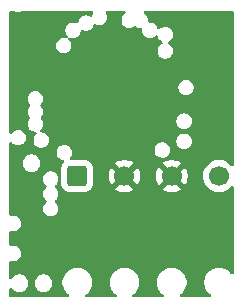
<source format=gbr>
%TF.GenerationSoftware,KiCad,Pcbnew,9.0.3*%
%TF.CreationDate,2025-07-11T23:11:04-05:00*%
%TF.ProjectId,Watch_PCB,57617463-685f-4504-9342-2e6b69636164,rev?*%
%TF.SameCoordinates,Original*%
%TF.FileFunction,Copper,L2,Inr*%
%TF.FilePolarity,Positive*%
%FSLAX46Y46*%
G04 Gerber Fmt 4.6, Leading zero omitted, Abs format (unit mm)*
G04 Created by KiCad (PCBNEW 9.0.3) date 2025-07-11 23:11:04*
%MOMM*%
%LPD*%
G01*
G04 APERTURE LIST*
G04 Aperture macros list*
%AMRoundRect*
0 Rectangle with rounded corners*
0 $1 Rounding radius*
0 $2 $3 $4 $5 $6 $7 $8 $9 X,Y pos of 4 corners*
0 Add a 4 corners polygon primitive as box body*
4,1,4,$2,$3,$4,$5,$6,$7,$8,$9,$2,$3,0*
0 Add four circle primitives for the rounded corners*
1,1,$1+$1,$2,$3*
1,1,$1+$1,$4,$5*
1,1,$1+$1,$6,$7*
1,1,$1+$1,$8,$9*
0 Add four rect primitives between the rounded corners*
20,1,$1+$1,$2,$3,$4,$5,0*
20,1,$1+$1,$4,$5,$6,$7,0*
20,1,$1+$1,$6,$7,$8,$9,0*
20,1,$1+$1,$8,$9,$2,$3,0*%
G04 Aperture macros list end*
%TA.AperFunction,ComponentPad*%
%ADD10C,1.700000*%
%TD*%
%TA.AperFunction,ComponentPad*%
%ADD11RoundRect,0.250000X-0.600000X-0.600000X0.600000X-0.600000X0.600000X0.600000X-0.600000X0.600000X0*%
%TD*%
%TA.AperFunction,ViaPad*%
%ADD12C,0.600000*%
%TD*%
G04 APERTURE END LIST*
D10*
%TO.N,Net-(J3-PIEZO_SIG)*%
%TO.C,J3*%
X70250000Y-76250000D03*
%TO.N,GND*%
X66250000Y-76250000D03*
X62250000Y-76250000D03*
D11*
%TO.N,+3.3V*%
X58250000Y-76250000D03*
%TD*%
D12*
%TO.N,GND*%
X69860933Y-66034111D03*
X54550000Y-68100000D03*
X66700000Y-69500000D03*
X54550000Y-66650000D03*
X55400000Y-66650000D03*
X66725000Y-66000000D03*
X65700000Y-62950000D03*
X69863235Y-68986765D03*
X67850000Y-74350000D03*
X52810000Y-84060000D03*
X56000000Y-80250000D03*
X52850000Y-81520000D03*
%TD*%
%TA.AperFunction,Conductor*%
%TO.N,GND*%
G36*
X52931690Y-62269685D02*
G01*
X52933488Y-62270862D01*
X52941873Y-62276465D01*
X52941874Y-62276465D01*
X52941875Y-62276466D01*
X52968692Y-62287574D01*
X53060256Y-62325501D01*
X53060260Y-62325501D01*
X53060261Y-62325502D01*
X53185928Y-62350500D01*
X53185931Y-62350500D01*
X53314071Y-62350500D01*
X53405504Y-62332312D01*
X53439744Y-62325501D01*
X53558127Y-62276465D01*
X53566458Y-62270898D01*
X53633133Y-62250020D01*
X53635349Y-62250000D01*
X59486496Y-62250000D01*
X59553535Y-62269685D01*
X59599290Y-62322489D01*
X59609234Y-62391647D01*
X59589598Y-62442891D01*
X59556359Y-62492635D01*
X59556354Y-62492644D01*
X59507320Y-62611024D01*
X59507318Y-62611029D01*
X59500401Y-62645805D01*
X59468015Y-62707716D01*
X59407299Y-62742289D01*
X59337529Y-62738548D01*
X59309897Y-62724717D01*
X59308132Y-62723538D01*
X59308124Y-62723533D01*
X59189744Y-62674499D01*
X59189738Y-62674497D01*
X59064071Y-62649500D01*
X59064069Y-62649500D01*
X58935931Y-62649500D01*
X58935929Y-62649500D01*
X58810261Y-62674497D01*
X58810255Y-62674499D01*
X58691875Y-62723533D01*
X58691866Y-62723538D01*
X58585331Y-62794723D01*
X58585327Y-62794726D01*
X58494726Y-62885327D01*
X58494723Y-62885331D01*
X58423538Y-62991866D01*
X58423533Y-62991875D01*
X58374499Y-63110255D01*
X58374497Y-63110261D01*
X58352116Y-63222777D01*
X58319731Y-63284688D01*
X58259015Y-63319262D01*
X58189245Y-63315521D01*
X58183046Y-63313146D01*
X58089744Y-63274499D01*
X58089738Y-63274497D01*
X57964071Y-63249500D01*
X57964069Y-63249500D01*
X57835931Y-63249500D01*
X57835929Y-63249500D01*
X57710261Y-63274497D01*
X57710255Y-63274499D01*
X57591875Y-63323533D01*
X57591866Y-63323538D01*
X57485331Y-63394723D01*
X57485327Y-63394726D01*
X57394726Y-63485327D01*
X57394723Y-63485331D01*
X57323538Y-63591866D01*
X57323533Y-63591875D01*
X57274499Y-63710255D01*
X57274497Y-63710261D01*
X57249500Y-63835928D01*
X57249500Y-63835931D01*
X57249500Y-63964069D01*
X57249500Y-63964071D01*
X57249499Y-63964071D01*
X57274497Y-64089738D01*
X57274499Y-64089744D01*
X57323533Y-64208124D01*
X57323538Y-64208133D01*
X57394723Y-64314668D01*
X57394726Y-64314672D01*
X57471709Y-64391655D01*
X57505194Y-64452978D01*
X57500210Y-64522670D01*
X57458338Y-64578603D01*
X57392874Y-64603020D01*
X57336576Y-64593897D01*
X57289748Y-64574500D01*
X57289738Y-64574497D01*
X57164071Y-64549500D01*
X57164069Y-64549500D01*
X57035931Y-64549500D01*
X57035929Y-64549500D01*
X56910261Y-64574497D01*
X56910255Y-64574499D01*
X56791875Y-64623533D01*
X56791866Y-64623538D01*
X56685331Y-64694723D01*
X56685327Y-64694726D01*
X56594726Y-64785327D01*
X56594723Y-64785331D01*
X56523538Y-64891866D01*
X56523533Y-64891875D01*
X56474499Y-65010255D01*
X56474497Y-65010261D01*
X56449500Y-65135928D01*
X56449500Y-65135931D01*
X56449500Y-65264069D01*
X56449500Y-65264071D01*
X56449499Y-65264071D01*
X56474497Y-65389738D01*
X56474499Y-65389744D01*
X56523533Y-65508124D01*
X56523538Y-65508133D01*
X56594723Y-65614668D01*
X56594726Y-65614672D01*
X56685327Y-65705273D01*
X56685331Y-65705276D01*
X56791866Y-65776461D01*
X56791872Y-65776464D01*
X56791873Y-65776465D01*
X56910256Y-65825501D01*
X56910260Y-65825501D01*
X56910261Y-65825502D01*
X57035928Y-65850500D01*
X57035931Y-65850500D01*
X57164071Y-65850500D01*
X57248615Y-65833682D01*
X57289744Y-65825501D01*
X57408127Y-65776465D01*
X57514669Y-65705276D01*
X57605276Y-65614669D01*
X57676465Y-65508127D01*
X57725501Y-65389744D01*
X57750500Y-65264069D01*
X57750500Y-65135931D01*
X57750500Y-65135928D01*
X57725502Y-65010261D01*
X57725501Y-65010260D01*
X57725501Y-65010256D01*
X57687574Y-64918692D01*
X57676466Y-64891875D01*
X57676461Y-64891866D01*
X57605276Y-64785331D01*
X57605273Y-64785327D01*
X57528290Y-64708344D01*
X57494805Y-64647021D01*
X57499789Y-64577329D01*
X57541661Y-64521396D01*
X57607125Y-64496979D01*
X57663422Y-64506101D01*
X57710256Y-64525501D01*
X57710260Y-64525501D01*
X57710261Y-64525502D01*
X57835928Y-64550500D01*
X57835931Y-64550500D01*
X57964071Y-64550500D01*
X58048615Y-64533682D01*
X58089744Y-64525501D01*
X58208127Y-64476465D01*
X58314669Y-64405276D01*
X58405276Y-64314669D01*
X58476465Y-64208127D01*
X58525501Y-64089744D01*
X58547883Y-63977221D01*
X58580267Y-63915312D01*
X58640983Y-63880738D01*
X58710753Y-63884477D01*
X58716936Y-63886846D01*
X58810256Y-63925501D01*
X58810260Y-63925501D01*
X58810261Y-63925502D01*
X58935928Y-63950500D01*
X58935931Y-63950500D01*
X59064071Y-63950500D01*
X59148615Y-63933682D01*
X59189744Y-63925501D01*
X59308127Y-63876465D01*
X59414669Y-63805276D01*
X59505276Y-63714669D01*
X59576465Y-63608127D01*
X59625501Y-63489744D01*
X59632419Y-63454963D01*
X59664803Y-63393055D01*
X59725518Y-63358480D01*
X59795288Y-63362219D01*
X59822927Y-63376054D01*
X59824687Y-63377230D01*
X59824693Y-63377233D01*
X59824694Y-63377234D01*
X59943077Y-63426270D01*
X59943081Y-63426270D01*
X59943082Y-63426271D01*
X60068749Y-63451269D01*
X60068752Y-63451269D01*
X60196892Y-63451269D01*
X60281436Y-63434451D01*
X60322565Y-63426270D01*
X60440948Y-63377234D01*
X60547490Y-63306045D01*
X60638097Y-63215438D01*
X60709286Y-63108896D01*
X60758322Y-62990513D01*
X60779245Y-62885331D01*
X60783321Y-62864840D01*
X60783321Y-62736697D01*
X60758323Y-62611030D01*
X60758322Y-62611029D01*
X60758322Y-62611025D01*
X60709286Y-62492642D01*
X60709285Y-62492641D01*
X60709282Y-62492635D01*
X60676044Y-62442891D01*
X60655166Y-62376213D01*
X60673650Y-62308833D01*
X60725629Y-62262143D01*
X60779146Y-62250000D01*
X62267643Y-62250000D01*
X62334682Y-62269685D01*
X62380437Y-62322489D01*
X62390381Y-62391647D01*
X62361356Y-62455203D01*
X62336534Y-62477102D01*
X62235331Y-62544723D01*
X62235327Y-62544726D01*
X62144726Y-62635327D01*
X62144723Y-62635331D01*
X62073538Y-62741866D01*
X62073533Y-62741875D01*
X62024499Y-62860255D01*
X62024497Y-62860261D01*
X61999500Y-62985928D01*
X61999500Y-62985931D01*
X61999500Y-63114069D01*
X61999500Y-63114071D01*
X61999499Y-63114071D01*
X62024497Y-63239738D01*
X62024499Y-63239744D01*
X62073533Y-63358124D01*
X62073538Y-63358133D01*
X62144723Y-63464668D01*
X62144726Y-63464672D01*
X62235327Y-63555273D01*
X62235331Y-63555276D01*
X62341866Y-63626461D01*
X62341872Y-63626464D01*
X62341873Y-63626465D01*
X62460256Y-63675501D01*
X62460260Y-63675501D01*
X62460261Y-63675502D01*
X62585928Y-63700500D01*
X62585931Y-63700500D01*
X62714071Y-63700500D01*
X62798615Y-63683682D01*
X62839744Y-63675501D01*
X62958127Y-63626465D01*
X63056111Y-63560993D01*
X63122786Y-63540117D01*
X63190166Y-63558601D01*
X63193842Y-63560963D01*
X63291873Y-63626465D01*
X63410256Y-63675501D01*
X63410260Y-63675501D01*
X63410261Y-63675502D01*
X63535928Y-63700500D01*
X63626026Y-63700500D01*
X63693065Y-63720185D01*
X63738820Y-63772989D01*
X63748293Y-63829839D01*
X63749500Y-63829839D01*
X63749500Y-63835931D01*
X63749500Y-63964069D01*
X63749500Y-63964071D01*
X63749499Y-63964071D01*
X63774497Y-64089738D01*
X63774499Y-64089744D01*
X63823533Y-64208124D01*
X63823538Y-64208133D01*
X63894723Y-64314668D01*
X63894726Y-64314672D01*
X63985327Y-64405273D01*
X63985331Y-64405276D01*
X64091866Y-64476461D01*
X64091872Y-64476464D01*
X64091873Y-64476465D01*
X64210256Y-64525501D01*
X64210260Y-64525501D01*
X64210261Y-64525502D01*
X64335928Y-64550500D01*
X64335931Y-64550500D01*
X64464071Y-64550500D01*
X64548615Y-64533682D01*
X64589744Y-64525501D01*
X64708127Y-64476465D01*
X64814669Y-64405276D01*
X64861630Y-64358315D01*
X64922953Y-64324829D01*
X64992644Y-64329813D01*
X65048578Y-64371684D01*
X65070928Y-64421799D01*
X65074496Y-64439734D01*
X65074499Y-64439744D01*
X65123533Y-64558124D01*
X65123538Y-64558133D01*
X65194723Y-64664668D01*
X65194726Y-64664672D01*
X65285327Y-64755273D01*
X65285331Y-64755276D01*
X65391866Y-64826461D01*
X65391868Y-64826462D01*
X65391873Y-64826465D01*
X65412812Y-64835138D01*
X65413538Y-64835439D01*
X65467941Y-64879281D01*
X65490005Y-64945575D01*
X65472725Y-65013274D01*
X65421588Y-65060884D01*
X65413538Y-65064561D01*
X65391873Y-65073535D01*
X65391866Y-65073538D01*
X65285331Y-65144723D01*
X65285327Y-65144726D01*
X65194726Y-65235327D01*
X65194723Y-65235331D01*
X65123538Y-65341866D01*
X65123533Y-65341875D01*
X65074499Y-65460255D01*
X65074497Y-65460261D01*
X65049500Y-65585928D01*
X65049500Y-65585931D01*
X65049500Y-65714069D01*
X65049500Y-65714071D01*
X65049499Y-65714071D01*
X65074497Y-65839738D01*
X65074499Y-65839744D01*
X65123533Y-65958124D01*
X65123538Y-65958133D01*
X65194723Y-66064668D01*
X65194726Y-66064672D01*
X65285327Y-66155273D01*
X65285331Y-66155276D01*
X65391866Y-66226461D01*
X65391872Y-66226464D01*
X65391873Y-66226465D01*
X65510256Y-66275501D01*
X65510260Y-66275501D01*
X65510261Y-66275502D01*
X65635928Y-66300500D01*
X65635931Y-66300500D01*
X65764071Y-66300500D01*
X65848615Y-66283682D01*
X65889744Y-66275501D01*
X66008127Y-66226465D01*
X66114669Y-66155276D01*
X66205276Y-66064669D01*
X66276465Y-65958127D01*
X66325501Y-65839744D01*
X66350500Y-65714069D01*
X66350500Y-65585931D01*
X66350500Y-65585928D01*
X66325502Y-65460261D01*
X66325501Y-65460260D01*
X66325501Y-65460256D01*
X66276465Y-65341873D01*
X66276464Y-65341872D01*
X66276461Y-65341866D01*
X66205276Y-65235331D01*
X66205273Y-65235327D01*
X66114672Y-65144726D01*
X66114668Y-65144723D01*
X66008133Y-65073538D01*
X66008120Y-65073531D01*
X65986463Y-65064561D01*
X65932059Y-65020720D01*
X65909994Y-64954426D01*
X65927273Y-64886727D01*
X65978410Y-64839116D01*
X65986463Y-64835439D01*
X66008120Y-64826468D01*
X66008120Y-64826467D01*
X66008127Y-64826465D01*
X66114669Y-64755276D01*
X66205276Y-64664669D01*
X66276465Y-64558127D01*
X66325501Y-64439744D01*
X66341699Y-64358315D01*
X66350500Y-64314071D01*
X66350500Y-64185928D01*
X66325502Y-64060261D01*
X66325501Y-64060260D01*
X66325501Y-64060256D01*
X66285659Y-63964069D01*
X66276466Y-63941875D01*
X66276461Y-63941866D01*
X66205276Y-63835331D01*
X66205273Y-63835327D01*
X66114672Y-63744726D01*
X66114668Y-63744723D01*
X66008133Y-63673538D01*
X66008124Y-63673533D01*
X65889744Y-63624499D01*
X65889738Y-63624497D01*
X65764071Y-63599500D01*
X65764069Y-63599500D01*
X65635931Y-63599500D01*
X65635929Y-63599500D01*
X65510261Y-63624497D01*
X65510255Y-63624499D01*
X65391875Y-63673533D01*
X65391866Y-63673538D01*
X65285331Y-63744723D01*
X65285326Y-63744727D01*
X65238367Y-63791686D01*
X65177044Y-63825170D01*
X65107352Y-63820185D01*
X65051419Y-63778313D01*
X65029070Y-63728196D01*
X65025502Y-63710261D01*
X65025501Y-63710260D01*
X65025501Y-63710256D01*
X64976465Y-63591873D01*
X64976464Y-63591872D01*
X64976461Y-63591866D01*
X64905276Y-63485331D01*
X64905273Y-63485327D01*
X64814672Y-63394726D01*
X64814668Y-63394723D01*
X64708133Y-63323538D01*
X64708124Y-63323533D01*
X64589744Y-63274499D01*
X64589738Y-63274497D01*
X64464071Y-63249500D01*
X64464069Y-63249500D01*
X64373974Y-63249500D01*
X64306935Y-63229815D01*
X64261180Y-63177011D01*
X64251707Y-63120161D01*
X64250500Y-63120161D01*
X64250500Y-62985928D01*
X64225502Y-62860261D01*
X64225501Y-62860260D01*
X64225501Y-62860256D01*
X64176465Y-62741873D01*
X64176464Y-62741872D01*
X64176461Y-62741866D01*
X64105276Y-62635331D01*
X64105273Y-62635327D01*
X64014672Y-62544726D01*
X64014668Y-62544723D01*
X63913466Y-62477102D01*
X63868661Y-62423490D01*
X63859954Y-62354165D01*
X63890108Y-62291138D01*
X63949551Y-62254418D01*
X63982357Y-62250000D01*
X71375500Y-62250000D01*
X71442539Y-62269685D01*
X71488294Y-62322489D01*
X71499500Y-62374000D01*
X71499500Y-75290970D01*
X71479815Y-75358009D01*
X71427011Y-75403764D01*
X71357853Y-75413708D01*
X71294297Y-75384683D01*
X71281222Y-75371516D01*
X71280107Y-75370211D01*
X71129786Y-75219890D01*
X70957820Y-75094951D01*
X70768414Y-74998444D01*
X70768413Y-74998443D01*
X70768412Y-74998443D01*
X70566243Y-74932754D01*
X70566241Y-74932753D01*
X70566240Y-74932753D01*
X70404957Y-74907208D01*
X70356287Y-74899500D01*
X70143713Y-74899500D01*
X70095042Y-74907208D01*
X69933760Y-74932753D01*
X69933757Y-74932754D01*
X69757007Y-74990184D01*
X69731585Y-74998444D01*
X69542179Y-75094951D01*
X69370213Y-75219890D01*
X69219890Y-75370213D01*
X69094951Y-75542179D01*
X68998444Y-75731585D01*
X68932753Y-75933760D01*
X68899500Y-76143713D01*
X68899500Y-76356286D01*
X68932735Y-76566127D01*
X68932754Y-76566243D01*
X68943722Y-76600000D01*
X68998444Y-76768414D01*
X69094951Y-76957820D01*
X69219890Y-77129786D01*
X69370213Y-77280109D01*
X69542179Y-77405048D01*
X69542181Y-77405049D01*
X69542184Y-77405051D01*
X69731588Y-77501557D01*
X69933757Y-77567246D01*
X70143713Y-77600500D01*
X70143714Y-77600500D01*
X70356286Y-77600500D01*
X70356287Y-77600500D01*
X70566243Y-77567246D01*
X70768412Y-77501557D01*
X70957816Y-77405051D01*
X71053784Y-77335327D01*
X71129786Y-77280109D01*
X71129788Y-77280106D01*
X71129792Y-77280104D01*
X71280104Y-77129792D01*
X71280107Y-77129787D01*
X71281214Y-77128493D01*
X71281758Y-77128137D01*
X71283549Y-77126347D01*
X71283925Y-77126723D01*
X71339723Y-77090302D01*
X71409591Y-77089807D01*
X71468635Y-77127164D01*
X71498110Y-77190512D01*
X71499500Y-77209029D01*
X71499500Y-84460678D01*
X71479815Y-84527717D01*
X71427011Y-84573472D01*
X71357853Y-84583416D01*
X71294297Y-84554391D01*
X71275182Y-84533564D01*
X71222227Y-84460678D01*
X71203828Y-84435354D01*
X71064646Y-84296172D01*
X70905405Y-84180476D01*
X70730029Y-84091117D01*
X70542826Y-84030290D01*
X70348422Y-83999500D01*
X70348417Y-83999500D01*
X70151583Y-83999500D01*
X70151578Y-83999500D01*
X69957173Y-84030290D01*
X69769970Y-84091117D01*
X69594594Y-84180476D01*
X69503741Y-84246485D01*
X69435354Y-84296172D01*
X69435352Y-84296174D01*
X69435351Y-84296174D01*
X69296174Y-84435351D01*
X69296174Y-84435352D01*
X69296172Y-84435354D01*
X69277773Y-84460678D01*
X69180476Y-84594594D01*
X69091117Y-84769970D01*
X69030290Y-84957173D01*
X68999500Y-85151577D01*
X68999500Y-85348422D01*
X69030290Y-85542826D01*
X69091117Y-85730029D01*
X69129435Y-85805231D01*
X69180476Y-85905405D01*
X69296172Y-86064646D01*
X69435354Y-86203828D01*
X69533564Y-86275182D01*
X69576229Y-86330513D01*
X69582208Y-86400126D01*
X69549602Y-86461921D01*
X69488763Y-86496278D01*
X69460678Y-86499500D01*
X67039322Y-86499500D01*
X66972283Y-86479815D01*
X66926528Y-86427011D01*
X66916584Y-86357853D01*
X66945609Y-86294297D01*
X66966436Y-86275182D01*
X67064646Y-86203828D01*
X67203828Y-86064646D01*
X67319524Y-85905405D01*
X67408884Y-85730025D01*
X67469709Y-85542826D01*
X67500500Y-85348422D01*
X67500500Y-85151577D01*
X67469709Y-84957173D01*
X67408882Y-84769970D01*
X67357611Y-84669345D01*
X67319524Y-84594595D01*
X67203828Y-84435354D01*
X67064646Y-84296172D01*
X66905405Y-84180476D01*
X66730029Y-84091117D01*
X66542826Y-84030290D01*
X66348422Y-83999500D01*
X66348417Y-83999500D01*
X66151583Y-83999500D01*
X66151578Y-83999500D01*
X65957173Y-84030290D01*
X65769970Y-84091117D01*
X65594594Y-84180476D01*
X65503741Y-84246485D01*
X65435354Y-84296172D01*
X65435352Y-84296174D01*
X65435351Y-84296174D01*
X65296174Y-84435351D01*
X65296174Y-84435352D01*
X65296172Y-84435354D01*
X65277773Y-84460678D01*
X65180476Y-84594594D01*
X65091117Y-84769970D01*
X65030290Y-84957173D01*
X64999500Y-85151577D01*
X64999500Y-85348422D01*
X65030290Y-85542826D01*
X65091117Y-85730029D01*
X65129435Y-85805231D01*
X65180476Y-85905405D01*
X65296172Y-86064646D01*
X65435354Y-86203828D01*
X65533564Y-86275182D01*
X65576229Y-86330513D01*
X65582208Y-86400126D01*
X65549602Y-86461921D01*
X65488763Y-86496278D01*
X65460678Y-86499500D01*
X63039322Y-86499500D01*
X62972283Y-86479815D01*
X62926528Y-86427011D01*
X62916584Y-86357853D01*
X62945609Y-86294297D01*
X62966436Y-86275182D01*
X63064646Y-86203828D01*
X63203828Y-86064646D01*
X63319524Y-85905405D01*
X63408884Y-85730025D01*
X63469709Y-85542826D01*
X63500500Y-85348422D01*
X63500500Y-85151577D01*
X63469709Y-84957173D01*
X63408882Y-84769970D01*
X63357611Y-84669345D01*
X63319524Y-84594595D01*
X63203828Y-84435354D01*
X63064646Y-84296172D01*
X62905405Y-84180476D01*
X62730029Y-84091117D01*
X62542826Y-84030290D01*
X62348422Y-83999500D01*
X62348417Y-83999500D01*
X62151583Y-83999500D01*
X62151578Y-83999500D01*
X61957173Y-84030290D01*
X61769970Y-84091117D01*
X61594594Y-84180476D01*
X61503741Y-84246485D01*
X61435354Y-84296172D01*
X61435352Y-84296174D01*
X61435351Y-84296174D01*
X61296174Y-84435351D01*
X61296174Y-84435352D01*
X61296172Y-84435354D01*
X61277773Y-84460678D01*
X61180476Y-84594594D01*
X61091117Y-84769970D01*
X61030290Y-84957173D01*
X60999500Y-85151577D01*
X60999500Y-85348422D01*
X61030290Y-85542826D01*
X61091117Y-85730029D01*
X61129435Y-85805231D01*
X61180476Y-85905405D01*
X61296172Y-86064646D01*
X61435354Y-86203828D01*
X61533564Y-86275182D01*
X61576229Y-86330513D01*
X61582208Y-86400126D01*
X61549602Y-86461921D01*
X61488763Y-86496278D01*
X61460678Y-86499500D01*
X59039322Y-86499500D01*
X58972283Y-86479815D01*
X58926528Y-86427011D01*
X58916584Y-86357853D01*
X58945609Y-86294297D01*
X58966436Y-86275182D01*
X59064646Y-86203828D01*
X59203828Y-86064646D01*
X59319524Y-85905405D01*
X59408884Y-85730025D01*
X59469709Y-85542826D01*
X59500500Y-85348422D01*
X59500500Y-85151577D01*
X59469709Y-84957173D01*
X59408882Y-84769970D01*
X59357611Y-84669345D01*
X59319524Y-84594595D01*
X59203828Y-84435354D01*
X59064646Y-84296172D01*
X58905405Y-84180476D01*
X58730029Y-84091117D01*
X58542826Y-84030290D01*
X58348422Y-83999500D01*
X58348417Y-83999500D01*
X58151583Y-83999500D01*
X58151578Y-83999500D01*
X57957173Y-84030290D01*
X57769970Y-84091117D01*
X57594594Y-84180476D01*
X57503741Y-84246485D01*
X57435354Y-84296172D01*
X57435352Y-84296174D01*
X57435351Y-84296174D01*
X57296174Y-84435351D01*
X57296174Y-84435352D01*
X57296172Y-84435354D01*
X57277773Y-84460678D01*
X57180476Y-84594594D01*
X57091117Y-84769970D01*
X57030290Y-84957173D01*
X56999500Y-85151577D01*
X56999500Y-85348422D01*
X57030290Y-85542826D01*
X57091117Y-85730029D01*
X57129435Y-85805231D01*
X57180476Y-85905405D01*
X57296172Y-86064646D01*
X57435354Y-86203828D01*
X57533564Y-86275182D01*
X57576229Y-86330513D01*
X57582208Y-86400126D01*
X57549602Y-86461921D01*
X57488763Y-86496278D01*
X57460678Y-86499500D01*
X52624500Y-86499500D01*
X52557461Y-86479815D01*
X52511706Y-86427011D01*
X52500500Y-86375500D01*
X52500500Y-85810768D01*
X52520185Y-85743729D01*
X52572989Y-85697974D01*
X52642147Y-85688030D01*
X52705703Y-85717055D01*
X52727602Y-85741877D01*
X52769931Y-85805228D01*
X52873768Y-85909065D01*
X52873772Y-85909068D01*
X52995866Y-85990649D01*
X52995872Y-85990652D01*
X52995873Y-85990653D01*
X53131546Y-86046851D01*
X53275570Y-86075499D01*
X53275574Y-86075500D01*
X53275575Y-86075500D01*
X53422426Y-86075500D01*
X53422427Y-86075499D01*
X53566454Y-86046851D01*
X53702127Y-85990653D01*
X53824228Y-85909068D01*
X53928068Y-85805228D01*
X54009653Y-85683127D01*
X54065851Y-85547454D01*
X54094500Y-85403425D01*
X54094500Y-85256575D01*
X54094499Y-85256570D01*
X54635500Y-85256570D01*
X54635500Y-85403429D01*
X54664147Y-85547446D01*
X54664149Y-85547454D01*
X54720345Y-85683124D01*
X54720350Y-85683133D01*
X54801931Y-85805227D01*
X54801934Y-85805231D01*
X54905768Y-85909065D01*
X54905772Y-85909068D01*
X55027866Y-85990649D01*
X55027872Y-85990652D01*
X55027873Y-85990653D01*
X55163546Y-86046851D01*
X55307570Y-86075499D01*
X55307574Y-86075500D01*
X55307575Y-86075500D01*
X55454426Y-86075500D01*
X55454427Y-86075499D01*
X55598454Y-86046851D01*
X55734127Y-85990653D01*
X55856228Y-85909068D01*
X55960068Y-85805228D01*
X56041653Y-85683127D01*
X56097851Y-85547454D01*
X56126500Y-85403425D01*
X56126500Y-85256575D01*
X56097851Y-85112546D01*
X56041653Y-84976873D01*
X56041652Y-84976872D01*
X56041649Y-84976866D01*
X55960068Y-84854772D01*
X55960065Y-84854768D01*
X55856231Y-84750934D01*
X55856227Y-84750931D01*
X55734133Y-84669350D01*
X55734124Y-84669345D01*
X55598454Y-84613149D01*
X55598446Y-84613147D01*
X55454429Y-84584500D01*
X55454425Y-84584500D01*
X55307575Y-84584500D01*
X55307570Y-84584500D01*
X55163553Y-84613147D01*
X55163545Y-84613149D01*
X55027875Y-84669345D01*
X55027866Y-84669350D01*
X54905772Y-84750931D01*
X54905768Y-84750934D01*
X54801934Y-84854768D01*
X54801931Y-84854772D01*
X54720350Y-84976866D01*
X54720345Y-84976875D01*
X54664149Y-85112545D01*
X54664147Y-85112553D01*
X54635500Y-85256570D01*
X54094499Y-85256570D01*
X54065851Y-85112546D01*
X54009653Y-84976873D01*
X54009652Y-84976872D01*
X54009649Y-84976866D01*
X53928068Y-84854772D01*
X53928065Y-84854768D01*
X53824231Y-84750934D01*
X53824227Y-84750931D01*
X53702133Y-84669350D01*
X53702124Y-84669345D01*
X53566454Y-84613149D01*
X53566446Y-84613147D01*
X53422429Y-84584500D01*
X53422425Y-84584500D01*
X53275575Y-84584500D01*
X53275570Y-84584500D01*
X53131553Y-84613147D01*
X53131545Y-84613149D01*
X52995875Y-84669345D01*
X52995866Y-84669350D01*
X52873772Y-84750931D01*
X52873768Y-84750934D01*
X52769934Y-84854768D01*
X52769931Y-84854772D01*
X52727602Y-84918122D01*
X52673989Y-84962927D01*
X52604664Y-84971634D01*
X52541637Y-84941479D01*
X52504918Y-84882036D01*
X52500500Y-84849231D01*
X52500500Y-83534234D01*
X52520185Y-83467195D01*
X52572989Y-83421440D01*
X52642147Y-83411496D01*
X52659432Y-83415337D01*
X52785928Y-83440500D01*
X52785931Y-83440500D01*
X52914071Y-83440500D01*
X53009887Y-83421440D01*
X53039744Y-83415501D01*
X53158127Y-83366465D01*
X53264669Y-83295276D01*
X53355276Y-83204669D01*
X53426465Y-83098127D01*
X53475501Y-82979744D01*
X53500500Y-82854069D01*
X53500500Y-82725931D01*
X53500500Y-82725928D01*
X53475502Y-82600261D01*
X53475501Y-82600260D01*
X53475501Y-82600256D01*
X53426465Y-82481873D01*
X53426464Y-82481872D01*
X53426461Y-82481866D01*
X53355276Y-82375331D01*
X53355273Y-82375327D01*
X53264672Y-82284726D01*
X53264668Y-82284723D01*
X53158133Y-82213538D01*
X53158124Y-82213533D01*
X53039744Y-82164499D01*
X53039738Y-82164497D01*
X52914071Y-82139500D01*
X52914069Y-82139500D01*
X52785931Y-82139500D01*
X52785929Y-82139500D01*
X52654282Y-82165687D01*
X52654043Y-82164486D01*
X52590615Y-82165045D01*
X52531506Y-82127790D01*
X52501922Y-82064493D01*
X52500500Y-82045765D01*
X52500500Y-80994234D01*
X52520185Y-80927195D01*
X52572989Y-80881440D01*
X52642147Y-80871496D01*
X52659432Y-80875337D01*
X52785928Y-80900500D01*
X52785931Y-80900500D01*
X52914071Y-80900500D01*
X53009887Y-80881440D01*
X53039744Y-80875501D01*
X53158127Y-80826465D01*
X53264669Y-80755276D01*
X53355276Y-80664669D01*
X53426465Y-80558127D01*
X53475501Y-80439744D01*
X53500500Y-80314069D01*
X53500500Y-80185931D01*
X53500500Y-80185928D01*
X53475502Y-80060261D01*
X53475501Y-80060260D01*
X53475501Y-80060256D01*
X53426465Y-79941873D01*
X53426464Y-79941872D01*
X53426461Y-79941866D01*
X53355276Y-79835331D01*
X53355273Y-79835327D01*
X53264672Y-79744726D01*
X53264668Y-79744723D01*
X53158133Y-79673538D01*
X53158124Y-79673533D01*
X53039744Y-79624499D01*
X53039738Y-79624497D01*
X52914071Y-79599500D01*
X52914069Y-79599500D01*
X52785931Y-79599500D01*
X52785929Y-79599500D01*
X52654282Y-79625687D01*
X52654043Y-79624486D01*
X52590615Y-79625045D01*
X52531506Y-79587790D01*
X52501922Y-79524493D01*
X52500500Y-79505765D01*
X52500500Y-76564071D01*
X55349499Y-76564071D01*
X55374497Y-76689738D01*
X55374499Y-76689744D01*
X55423533Y-76808124D01*
X55423538Y-76808133D01*
X55494723Y-76914668D01*
X55494726Y-76914672D01*
X55585327Y-77005273D01*
X55585334Y-77005278D01*
X55610207Y-77021899D01*
X55655012Y-77075512D01*
X55663718Y-77144837D01*
X55633562Y-77207864D01*
X55610207Y-77228101D01*
X55585334Y-77244721D01*
X55585327Y-77244726D01*
X55494726Y-77335327D01*
X55494723Y-77335331D01*
X55423538Y-77441866D01*
X55423533Y-77441875D01*
X55374499Y-77560255D01*
X55374497Y-77560261D01*
X55349500Y-77685928D01*
X55349500Y-77685931D01*
X55349500Y-77814069D01*
X55349500Y-77814071D01*
X55349499Y-77814071D01*
X55374497Y-77939738D01*
X55374499Y-77939744D01*
X55423533Y-78058124D01*
X55423538Y-78058133D01*
X55494723Y-78164668D01*
X55494726Y-78164672D01*
X55585327Y-78255273D01*
X55585334Y-78255278D01*
X55610207Y-78271899D01*
X55655012Y-78325512D01*
X55663718Y-78394837D01*
X55633562Y-78457864D01*
X55610207Y-78478101D01*
X55585334Y-78494721D01*
X55585327Y-78494726D01*
X55494726Y-78585327D01*
X55494723Y-78585331D01*
X55423538Y-78691866D01*
X55423533Y-78691875D01*
X55374499Y-78810255D01*
X55374497Y-78810261D01*
X55349500Y-78935928D01*
X55349500Y-78935931D01*
X55349500Y-79064069D01*
X55349500Y-79064071D01*
X55349499Y-79064071D01*
X55374497Y-79189738D01*
X55374499Y-79189744D01*
X55423533Y-79308124D01*
X55423538Y-79308133D01*
X55494723Y-79414668D01*
X55494726Y-79414672D01*
X55585327Y-79505273D01*
X55585331Y-79505276D01*
X55691866Y-79576461D01*
X55691872Y-79576464D01*
X55691873Y-79576465D01*
X55810256Y-79625501D01*
X55810260Y-79625501D01*
X55810261Y-79625502D01*
X55935928Y-79650500D01*
X55935931Y-79650500D01*
X56064071Y-79650500D01*
X56148615Y-79633682D01*
X56189744Y-79625501D01*
X56308127Y-79576465D01*
X56414669Y-79505276D01*
X56505276Y-79414669D01*
X56576465Y-79308127D01*
X56625501Y-79189744D01*
X56650500Y-79064069D01*
X56650500Y-78935931D01*
X56650500Y-78935928D01*
X56625502Y-78810261D01*
X56625501Y-78810260D01*
X56625501Y-78810256D01*
X56576465Y-78691873D01*
X56576464Y-78691872D01*
X56576461Y-78691866D01*
X56505276Y-78585331D01*
X56505273Y-78585327D01*
X56414672Y-78494726D01*
X56414668Y-78494723D01*
X56389793Y-78478102D01*
X56344988Y-78424490D01*
X56336281Y-78355165D01*
X56366435Y-78292137D01*
X56389793Y-78271898D01*
X56399235Y-78265588D01*
X56414669Y-78255276D01*
X56505276Y-78164669D01*
X56576465Y-78058127D01*
X56625501Y-77939744D01*
X56650500Y-77814069D01*
X56650500Y-77685931D01*
X56650500Y-77685928D01*
X56625502Y-77560261D01*
X56625501Y-77560260D01*
X56625501Y-77560256D01*
X56576465Y-77441873D01*
X56576464Y-77441872D01*
X56576461Y-77441866D01*
X56505276Y-77335331D01*
X56505273Y-77335327D01*
X56414672Y-77244726D01*
X56414668Y-77244723D01*
X56389793Y-77228102D01*
X56344988Y-77174490D01*
X56336281Y-77105165D01*
X56366435Y-77042137D01*
X56389793Y-77021898D01*
X56405029Y-77011717D01*
X56414669Y-77005276D01*
X56505276Y-76914669D01*
X56576465Y-76808127D01*
X56625501Y-76689744D01*
X56643353Y-76600000D01*
X56650500Y-76564071D01*
X56650500Y-76435928D01*
X56625502Y-76310261D01*
X56625501Y-76310260D01*
X56625501Y-76310256D01*
X56576465Y-76191873D01*
X56576464Y-76191872D01*
X56576461Y-76191866D01*
X56505276Y-76085331D01*
X56505273Y-76085327D01*
X56414672Y-75994726D01*
X56414668Y-75994723D01*
X56308133Y-75923538D01*
X56308124Y-75923533D01*
X56189744Y-75874499D01*
X56189738Y-75874497D01*
X56064071Y-75849500D01*
X56064069Y-75849500D01*
X55935931Y-75849500D01*
X55935929Y-75849500D01*
X55810261Y-75874497D01*
X55810255Y-75874499D01*
X55691875Y-75923533D01*
X55691866Y-75923538D01*
X55585331Y-75994723D01*
X55585327Y-75994726D01*
X55494726Y-76085327D01*
X55494723Y-76085331D01*
X55423538Y-76191866D01*
X55423533Y-76191875D01*
X55374499Y-76310255D01*
X55374497Y-76310261D01*
X55349500Y-76435928D01*
X55349500Y-76435931D01*
X55349500Y-76564069D01*
X55349500Y-76564071D01*
X55349499Y-76564071D01*
X52500500Y-76564071D01*
X52500500Y-75096570D01*
X53619500Y-75096570D01*
X53619500Y-75243429D01*
X53648147Y-75387446D01*
X53648149Y-75387454D01*
X53704345Y-75523124D01*
X53704350Y-75523133D01*
X53785931Y-75645227D01*
X53785934Y-75645231D01*
X53889768Y-75749065D01*
X53889772Y-75749068D01*
X54011866Y-75830649D01*
X54011872Y-75830652D01*
X54011873Y-75830653D01*
X54147546Y-75886851D01*
X54291570Y-75915499D01*
X54291574Y-75915500D01*
X54291575Y-75915500D01*
X54438426Y-75915500D01*
X54438427Y-75915499D01*
X54582454Y-75886851D01*
X54718127Y-75830653D01*
X54840228Y-75749068D01*
X54944068Y-75645228D01*
X55025653Y-75523127D01*
X55081851Y-75387454D01*
X55110500Y-75243425D01*
X55110500Y-75096575D01*
X55081851Y-74952546D01*
X55025653Y-74816873D01*
X55025652Y-74816872D01*
X55025649Y-74816866D01*
X54944068Y-74694772D01*
X54944065Y-74694768D01*
X54840231Y-74590934D01*
X54840227Y-74590931D01*
X54718133Y-74509350D01*
X54718124Y-74509345D01*
X54582454Y-74453149D01*
X54582446Y-74453147D01*
X54438429Y-74424500D01*
X54438425Y-74424500D01*
X54291575Y-74424500D01*
X54291570Y-74424500D01*
X54147553Y-74453147D01*
X54147545Y-74453149D01*
X54011875Y-74509345D01*
X54011866Y-74509350D01*
X53889772Y-74590931D01*
X53889768Y-74590934D01*
X53785934Y-74694768D01*
X53785931Y-74694772D01*
X53704350Y-74816866D01*
X53704345Y-74816875D01*
X53648149Y-74952545D01*
X53648147Y-74952553D01*
X53619500Y-75096570D01*
X52500500Y-75096570D01*
X52500500Y-74314071D01*
X56499499Y-74314071D01*
X56524497Y-74439738D01*
X56524499Y-74439744D01*
X56573533Y-74558124D01*
X56573538Y-74558133D01*
X56644723Y-74664668D01*
X56644726Y-74664672D01*
X56735327Y-74755273D01*
X56735331Y-74755276D01*
X56841866Y-74826461D01*
X56841872Y-74826464D01*
X56841873Y-74826465D01*
X56960256Y-74875501D01*
X57068759Y-74897084D01*
X57130670Y-74929469D01*
X57165244Y-74990184D01*
X57161505Y-75059954D01*
X57132250Y-75106382D01*
X57057287Y-75181345D01*
X56965187Y-75330663D01*
X56965185Y-75330668D01*
X56946371Y-75387446D01*
X56910001Y-75497203D01*
X56910001Y-75497204D01*
X56910000Y-75497204D01*
X56899500Y-75599983D01*
X56899500Y-76900001D01*
X56899501Y-76900018D01*
X56910000Y-77002796D01*
X56910001Y-77002799D01*
X56965185Y-77169331D01*
X56965187Y-77169336D01*
X56988951Y-77207864D01*
X57057288Y-77318656D01*
X57181344Y-77442712D01*
X57330666Y-77534814D01*
X57497203Y-77589999D01*
X57599991Y-77600500D01*
X58900008Y-77600499D01*
X59002797Y-77589999D01*
X59169334Y-77534814D01*
X59318656Y-77442712D01*
X59396099Y-77365269D01*
X61488282Y-77365269D01*
X61488282Y-77365270D01*
X61542449Y-77404624D01*
X61731782Y-77501095D01*
X61933870Y-77566757D01*
X62143754Y-77600000D01*
X62356246Y-77600000D01*
X62566127Y-77566757D01*
X62566130Y-77566757D01*
X62768217Y-77501095D01*
X62957554Y-77404622D01*
X63011716Y-77365270D01*
X63011717Y-77365270D01*
X63011716Y-77365269D01*
X65488282Y-77365269D01*
X65488282Y-77365270D01*
X65542449Y-77404624D01*
X65731782Y-77501095D01*
X65933870Y-77566757D01*
X66143754Y-77600000D01*
X66356246Y-77600000D01*
X66566127Y-77566757D01*
X66566130Y-77566757D01*
X66768217Y-77501095D01*
X66957554Y-77404622D01*
X67011716Y-77365270D01*
X67011717Y-77365270D01*
X66250000Y-76603554D01*
X65488282Y-77365269D01*
X63011716Y-77365269D01*
X62250000Y-76603554D01*
X61488282Y-77365269D01*
X59396099Y-77365269D01*
X59442712Y-77318656D01*
X59534814Y-77169334D01*
X59589999Y-77002797D01*
X59600500Y-76900009D01*
X59600499Y-76143753D01*
X60900000Y-76143753D01*
X60900000Y-76356246D01*
X60933242Y-76566127D01*
X60933242Y-76566130D01*
X60998904Y-76768217D01*
X61095375Y-76957550D01*
X61134728Y-77011716D01*
X61896446Y-76250000D01*
X61850368Y-76203922D01*
X61900000Y-76203922D01*
X61900000Y-76296078D01*
X61923852Y-76385095D01*
X61969930Y-76464905D01*
X62035095Y-76530070D01*
X62114905Y-76576148D01*
X62203922Y-76600000D01*
X62296078Y-76600000D01*
X62385095Y-76576148D01*
X62464905Y-76530070D01*
X62530070Y-76464905D01*
X62576148Y-76385095D01*
X62600000Y-76296078D01*
X62600000Y-76249999D01*
X62603554Y-76249999D01*
X62603554Y-76250000D01*
X63365270Y-77011717D01*
X63365270Y-77011716D01*
X63404622Y-76957554D01*
X63501095Y-76768217D01*
X63566757Y-76566130D01*
X63566757Y-76566127D01*
X63600000Y-76356246D01*
X63600000Y-76143753D01*
X64900000Y-76143753D01*
X64900000Y-76356246D01*
X64933242Y-76566127D01*
X64933242Y-76566130D01*
X64998904Y-76768217D01*
X65095375Y-76957550D01*
X65134728Y-77011716D01*
X65896446Y-76250000D01*
X65850368Y-76203922D01*
X65900000Y-76203922D01*
X65900000Y-76296078D01*
X65923852Y-76385095D01*
X65969930Y-76464905D01*
X66035095Y-76530070D01*
X66114905Y-76576148D01*
X66203922Y-76600000D01*
X66296078Y-76600000D01*
X66385095Y-76576148D01*
X66464905Y-76530070D01*
X66530070Y-76464905D01*
X66576148Y-76385095D01*
X66600000Y-76296078D01*
X66600000Y-76249999D01*
X66603554Y-76249999D01*
X66603554Y-76250000D01*
X67365270Y-77011717D01*
X67365270Y-77011716D01*
X67404622Y-76957554D01*
X67501095Y-76768217D01*
X67566757Y-76566130D01*
X67566757Y-76566127D01*
X67600000Y-76356246D01*
X67600000Y-76143753D01*
X67566757Y-75933872D01*
X67566757Y-75933869D01*
X67501095Y-75731782D01*
X67404624Y-75542449D01*
X67365270Y-75488282D01*
X67365269Y-75488282D01*
X66603554Y-76249999D01*
X66600000Y-76249999D01*
X66600000Y-76203922D01*
X66576148Y-76114905D01*
X66530070Y-76035095D01*
X66464905Y-75969930D01*
X66385095Y-75923852D01*
X66296078Y-75900000D01*
X66203922Y-75900000D01*
X66114905Y-75923852D01*
X66035095Y-75969930D01*
X65969930Y-76035095D01*
X65923852Y-76114905D01*
X65900000Y-76203922D01*
X65850368Y-76203922D01*
X65134728Y-75488282D01*
X65134727Y-75488282D01*
X65095380Y-75542439D01*
X64998904Y-75731782D01*
X64933242Y-75933869D01*
X64933242Y-75933872D01*
X64900000Y-76143753D01*
X63600000Y-76143753D01*
X63566757Y-75933872D01*
X63566757Y-75933869D01*
X63501095Y-75731782D01*
X63404624Y-75542449D01*
X63365270Y-75488282D01*
X63365269Y-75488282D01*
X62603554Y-76249999D01*
X62600000Y-76249999D01*
X62600000Y-76203922D01*
X62576148Y-76114905D01*
X62530070Y-76035095D01*
X62464905Y-75969930D01*
X62385095Y-75923852D01*
X62296078Y-75900000D01*
X62203922Y-75900000D01*
X62114905Y-75923852D01*
X62035095Y-75969930D01*
X61969930Y-76035095D01*
X61923852Y-76114905D01*
X61900000Y-76203922D01*
X61850368Y-76203922D01*
X61134728Y-75488282D01*
X61134727Y-75488282D01*
X61095380Y-75542439D01*
X60998904Y-75731782D01*
X60933242Y-75933869D01*
X60933242Y-75933872D01*
X60900000Y-76143753D01*
X59600499Y-76143753D01*
X59600499Y-75599992D01*
X59589999Y-75497203D01*
X59534814Y-75330666D01*
X59442712Y-75181344D01*
X59396095Y-75134727D01*
X61488282Y-75134727D01*
X61488282Y-75134728D01*
X62250000Y-75896446D01*
X62250001Y-75896446D01*
X63011716Y-75134728D01*
X63011715Y-75134727D01*
X65488282Y-75134727D01*
X65488282Y-75134728D01*
X66250000Y-75896446D01*
X66250001Y-75896446D01*
X67011716Y-75134728D01*
X66957550Y-75095375D01*
X66768217Y-74998904D01*
X66566129Y-74933242D01*
X66356246Y-74900000D01*
X66143754Y-74900000D01*
X65933872Y-74933242D01*
X65933869Y-74933242D01*
X65731782Y-74998904D01*
X65542439Y-75095380D01*
X65488282Y-75134727D01*
X63011715Y-75134727D01*
X62957550Y-75095375D01*
X62768217Y-74998904D01*
X62566129Y-74933242D01*
X62356246Y-74900000D01*
X62143754Y-74900000D01*
X61933872Y-74933242D01*
X61933869Y-74933242D01*
X61731782Y-74998904D01*
X61542439Y-75095380D01*
X61488282Y-75134727D01*
X59396095Y-75134727D01*
X59318656Y-75057288D01*
X59223253Y-74998443D01*
X59169336Y-74965187D01*
X59169331Y-74965185D01*
X59131186Y-74952545D01*
X59002797Y-74910001D01*
X59002795Y-74910000D01*
X58900016Y-74899500D01*
X57719807Y-74899500D01*
X57652768Y-74879815D01*
X57607013Y-74827011D01*
X57597069Y-74757853D01*
X57626094Y-74694297D01*
X57632113Y-74687831D01*
X57655276Y-74664669D01*
X57726465Y-74558127D01*
X57775501Y-74439744D01*
X57800500Y-74314069D01*
X57800500Y-74185931D01*
X57800500Y-74185928D01*
X57786206Y-74114071D01*
X64799499Y-74114071D01*
X64824497Y-74239738D01*
X64824499Y-74239744D01*
X64873533Y-74358124D01*
X64873538Y-74358133D01*
X64944723Y-74464668D01*
X64944726Y-74464672D01*
X65035327Y-74555273D01*
X65035331Y-74555276D01*
X65141866Y-74626461D01*
X65141872Y-74626464D01*
X65141873Y-74626465D01*
X65260256Y-74675501D01*
X65260260Y-74675501D01*
X65260261Y-74675502D01*
X65385928Y-74700500D01*
X65385931Y-74700500D01*
X65514071Y-74700500D01*
X65598615Y-74683682D01*
X65639744Y-74675501D01*
X65758127Y-74626465D01*
X65864669Y-74555276D01*
X65955276Y-74464669D01*
X66026465Y-74358127D01*
X66075501Y-74239744D01*
X66100500Y-74114069D01*
X66100500Y-73985931D01*
X66100500Y-73985928D01*
X66075502Y-73860261D01*
X66075501Y-73860260D01*
X66075501Y-73860256D01*
X66026465Y-73741873D01*
X66026464Y-73741872D01*
X66026461Y-73741866D01*
X65955276Y-73635331D01*
X65955273Y-73635327D01*
X65864672Y-73544726D01*
X65864668Y-73544723D01*
X65758133Y-73473538D01*
X65758124Y-73473533D01*
X65639744Y-73424499D01*
X65639738Y-73424497D01*
X65514071Y-73399500D01*
X65514069Y-73399500D01*
X65385931Y-73399500D01*
X65385929Y-73399500D01*
X65260261Y-73424497D01*
X65260255Y-73424499D01*
X65141875Y-73473533D01*
X65141866Y-73473538D01*
X65035331Y-73544723D01*
X65035327Y-73544726D01*
X64944726Y-73635327D01*
X64944723Y-73635331D01*
X64873538Y-73741866D01*
X64873533Y-73741875D01*
X64824499Y-73860255D01*
X64824497Y-73860261D01*
X64799500Y-73985928D01*
X64799500Y-73985931D01*
X64799500Y-74114069D01*
X64799500Y-74114071D01*
X64799499Y-74114071D01*
X57786206Y-74114071D01*
X57775502Y-74060261D01*
X57775501Y-74060260D01*
X57775501Y-74060256D01*
X57775499Y-74060251D01*
X57761847Y-74027291D01*
X57726466Y-73941876D01*
X57726466Y-73941875D01*
X57726465Y-73941873D01*
X57726463Y-73941870D01*
X57726461Y-73941866D01*
X57655276Y-73835331D01*
X57655273Y-73835327D01*
X57564672Y-73744726D01*
X57564668Y-73744723D01*
X57458133Y-73673538D01*
X57458124Y-73673533D01*
X57339744Y-73624499D01*
X57339738Y-73624497D01*
X57214071Y-73599500D01*
X57214069Y-73599500D01*
X57085931Y-73599500D01*
X57085929Y-73599500D01*
X56960261Y-73624497D01*
X56960255Y-73624499D01*
X56841875Y-73673533D01*
X56841866Y-73673538D01*
X56735331Y-73744723D01*
X56735327Y-73744726D01*
X56644726Y-73835327D01*
X56644723Y-73835331D01*
X56573538Y-73941866D01*
X56573533Y-73941875D01*
X56524499Y-74060255D01*
X56524497Y-74060261D01*
X56499500Y-74185928D01*
X56499500Y-74185931D01*
X56499500Y-74314069D01*
X56499500Y-74314071D01*
X56499499Y-74314071D01*
X52500500Y-74314071D01*
X52500500Y-73457935D01*
X52520185Y-73390896D01*
X52572989Y-73345141D01*
X52642147Y-73335197D01*
X52705703Y-73364222D01*
X52727601Y-73389043D01*
X52736775Y-73402773D01*
X52744725Y-73414671D01*
X52835327Y-73505273D01*
X52835331Y-73505276D01*
X52941866Y-73576461D01*
X52941872Y-73576464D01*
X52941873Y-73576465D01*
X53060256Y-73625501D01*
X53060260Y-73625501D01*
X53060261Y-73625502D01*
X53185928Y-73650500D01*
X53185931Y-73650500D01*
X53314071Y-73650500D01*
X53398615Y-73633682D01*
X53439744Y-73625501D01*
X53558127Y-73576465D01*
X53664669Y-73505276D01*
X53755276Y-73414669D01*
X53826465Y-73308127D01*
X53875501Y-73189744D01*
X53900500Y-73064069D01*
X53900500Y-72935931D01*
X53900500Y-72935928D01*
X53875502Y-72810261D01*
X53875501Y-72810260D01*
X53875501Y-72810256D01*
X53826465Y-72691873D01*
X53826464Y-72691872D01*
X53826461Y-72691866D01*
X53755276Y-72585331D01*
X53755273Y-72585327D01*
X53664672Y-72494726D01*
X53664668Y-72494723D01*
X53558133Y-72423538D01*
X53558124Y-72423533D01*
X53439744Y-72374499D01*
X53439738Y-72374497D01*
X53314071Y-72349500D01*
X53314069Y-72349500D01*
X53185931Y-72349500D01*
X53185929Y-72349500D01*
X53060261Y-72374497D01*
X53060255Y-72374499D01*
X52941875Y-72423533D01*
X52941866Y-72423538D01*
X52835331Y-72494723D01*
X52835327Y-72494726D01*
X52744726Y-72585327D01*
X52744723Y-72585331D01*
X52727602Y-72610955D01*
X52673989Y-72655760D01*
X52604664Y-72664467D01*
X52541637Y-72634312D01*
X52504918Y-72574869D01*
X52500500Y-72542064D01*
X52500500Y-69764071D01*
X54049499Y-69764071D01*
X54074497Y-69889738D01*
X54074499Y-69889744D01*
X54123533Y-70008124D01*
X54123538Y-70008133D01*
X54194723Y-70114668D01*
X54194726Y-70114672D01*
X54242373Y-70162319D01*
X54275858Y-70223642D01*
X54270874Y-70293334D01*
X54242373Y-70337681D01*
X54194726Y-70385327D01*
X54194723Y-70385331D01*
X54123538Y-70491866D01*
X54123533Y-70491875D01*
X54074499Y-70610255D01*
X54074497Y-70610261D01*
X54049500Y-70735928D01*
X54049500Y-70735931D01*
X54049500Y-70864069D01*
X54049500Y-70864071D01*
X54049499Y-70864071D01*
X54074497Y-70989738D01*
X54074499Y-70989744D01*
X54123533Y-71108124D01*
X54123538Y-71108133D01*
X54194723Y-71214668D01*
X54194726Y-71214672D01*
X54217373Y-71237319D01*
X54250858Y-71298642D01*
X54245874Y-71368334D01*
X54217373Y-71412681D01*
X54194726Y-71435327D01*
X54194723Y-71435331D01*
X54123538Y-71541866D01*
X54123533Y-71541875D01*
X54074499Y-71660255D01*
X54074497Y-71660261D01*
X54049500Y-71785928D01*
X54049500Y-71785931D01*
X54049500Y-71914069D01*
X54049500Y-71914071D01*
X54049499Y-71914071D01*
X54074497Y-72039738D01*
X54074499Y-72039744D01*
X54123533Y-72158124D01*
X54123538Y-72158133D01*
X54194723Y-72264668D01*
X54194726Y-72264672D01*
X54285327Y-72355273D01*
X54285331Y-72355276D01*
X54391866Y-72426461D01*
X54391872Y-72426464D01*
X54391873Y-72426465D01*
X54510256Y-72475501D01*
X54510260Y-72475501D01*
X54510261Y-72475502D01*
X54635928Y-72500500D01*
X54680192Y-72500500D01*
X54747231Y-72520185D01*
X54792986Y-72572989D01*
X54802930Y-72642147D01*
X54773905Y-72705703D01*
X54767873Y-72712181D01*
X54694726Y-72785327D01*
X54694723Y-72785331D01*
X54623538Y-72891866D01*
X54623533Y-72891875D01*
X54574499Y-73010255D01*
X54574497Y-73010261D01*
X54549500Y-73135928D01*
X54549500Y-73135931D01*
X54549500Y-73264069D01*
X54549500Y-73264071D01*
X54549499Y-73264071D01*
X54574497Y-73389738D01*
X54574499Y-73389744D01*
X54623533Y-73508124D01*
X54623538Y-73508133D01*
X54694723Y-73614668D01*
X54694726Y-73614672D01*
X54785327Y-73705273D01*
X54785331Y-73705276D01*
X54891866Y-73776461D01*
X54891872Y-73776464D01*
X54891873Y-73776465D01*
X55010256Y-73825501D01*
X55010260Y-73825501D01*
X55010261Y-73825502D01*
X55135928Y-73850500D01*
X55135931Y-73850500D01*
X55264071Y-73850500D01*
X55348615Y-73833682D01*
X55389744Y-73825501D01*
X55508127Y-73776465D01*
X55614669Y-73705276D01*
X55705276Y-73614669D01*
X55776465Y-73508127D01*
X55825501Y-73389744D01*
X55830608Y-73364071D01*
X66649499Y-73364071D01*
X66674497Y-73489738D01*
X66674499Y-73489744D01*
X66723533Y-73608124D01*
X66723538Y-73608133D01*
X66794723Y-73714668D01*
X66794726Y-73714672D01*
X66885327Y-73805273D01*
X66885331Y-73805276D01*
X66991866Y-73876461D01*
X66991872Y-73876464D01*
X66991873Y-73876465D01*
X67110256Y-73925501D01*
X67110260Y-73925501D01*
X67110261Y-73925502D01*
X67235928Y-73950500D01*
X67235931Y-73950500D01*
X67364071Y-73950500D01*
X67448615Y-73933682D01*
X67489744Y-73925501D01*
X67608127Y-73876465D01*
X67714669Y-73805276D01*
X67805276Y-73714669D01*
X67876465Y-73608127D01*
X67925501Y-73489744D01*
X67933682Y-73448615D01*
X67950500Y-73364071D01*
X67950500Y-73235928D01*
X67925502Y-73110261D01*
X67925501Y-73110260D01*
X67925501Y-73110256D01*
X67876465Y-72991873D01*
X67876464Y-72991872D01*
X67876461Y-72991866D01*
X67805276Y-72885331D01*
X67805273Y-72885327D01*
X67714672Y-72794726D01*
X67714668Y-72794723D01*
X67608133Y-72723538D01*
X67608124Y-72723533D01*
X67489744Y-72674499D01*
X67489738Y-72674497D01*
X67364071Y-72649500D01*
X67364069Y-72649500D01*
X67235931Y-72649500D01*
X67235929Y-72649500D01*
X67110261Y-72674497D01*
X67110255Y-72674499D01*
X66991875Y-72723533D01*
X66991866Y-72723538D01*
X66885331Y-72794723D01*
X66885327Y-72794726D01*
X66794726Y-72885327D01*
X66794723Y-72885331D01*
X66723538Y-72991866D01*
X66723533Y-72991875D01*
X66674499Y-73110255D01*
X66674497Y-73110261D01*
X66649500Y-73235928D01*
X66649500Y-73235931D01*
X66649500Y-73364069D01*
X66649500Y-73364071D01*
X66649499Y-73364071D01*
X55830608Y-73364071D01*
X55850500Y-73264069D01*
X55850500Y-73135931D01*
X55850500Y-73135928D01*
X55825502Y-73010261D01*
X55825501Y-73010260D01*
X55825501Y-73010256D01*
X55776465Y-72891873D01*
X55776464Y-72891872D01*
X55776461Y-72891866D01*
X55705276Y-72785331D01*
X55705273Y-72785327D01*
X55614672Y-72694726D01*
X55614668Y-72694723D01*
X55508133Y-72623538D01*
X55508124Y-72623533D01*
X55389744Y-72574499D01*
X55389738Y-72574497D01*
X55264071Y-72549500D01*
X55264069Y-72549500D01*
X55219808Y-72549500D01*
X55152769Y-72529815D01*
X55107014Y-72477011D01*
X55097070Y-72407853D01*
X55126095Y-72344297D01*
X55132127Y-72337819D01*
X55205273Y-72264672D01*
X55205276Y-72264669D01*
X55276465Y-72158127D01*
X55325501Y-72039744D01*
X55350500Y-71914069D01*
X55350500Y-71785931D01*
X55350500Y-71785928D01*
X55326260Y-71664071D01*
X66649499Y-71664071D01*
X66674497Y-71789738D01*
X66674499Y-71789744D01*
X66723533Y-71908124D01*
X66723538Y-71908133D01*
X66794723Y-72014668D01*
X66794726Y-72014672D01*
X66885327Y-72105273D01*
X66885331Y-72105276D01*
X66991866Y-72176461D01*
X66991872Y-72176464D01*
X66991873Y-72176465D01*
X67110256Y-72225501D01*
X67110260Y-72225501D01*
X67110261Y-72225502D01*
X67235928Y-72250500D01*
X67235931Y-72250500D01*
X67364071Y-72250500D01*
X67448615Y-72233682D01*
X67489744Y-72225501D01*
X67608127Y-72176465D01*
X67714669Y-72105276D01*
X67805276Y-72014669D01*
X67876465Y-71908127D01*
X67925501Y-71789744D01*
X67950500Y-71664069D01*
X67950500Y-71535931D01*
X67950500Y-71535928D01*
X67925502Y-71410261D01*
X67925501Y-71410260D01*
X67925501Y-71410256D01*
X67876465Y-71291873D01*
X67876464Y-71291872D01*
X67876461Y-71291866D01*
X67805276Y-71185331D01*
X67805273Y-71185327D01*
X67714672Y-71094726D01*
X67714668Y-71094723D01*
X67608133Y-71023538D01*
X67608124Y-71023533D01*
X67489744Y-70974499D01*
X67489738Y-70974497D01*
X67364071Y-70949500D01*
X67364069Y-70949500D01*
X67235931Y-70949500D01*
X67235929Y-70949500D01*
X67110261Y-70974497D01*
X67110255Y-70974499D01*
X66991875Y-71023533D01*
X66991866Y-71023538D01*
X66885331Y-71094723D01*
X66885327Y-71094726D01*
X66794726Y-71185327D01*
X66794723Y-71185331D01*
X66723538Y-71291866D01*
X66723533Y-71291875D01*
X66674499Y-71410255D01*
X66674497Y-71410261D01*
X66649500Y-71535928D01*
X66649500Y-71535931D01*
X66649500Y-71664069D01*
X66649500Y-71664071D01*
X66649499Y-71664071D01*
X55326260Y-71664071D01*
X55325502Y-71660261D01*
X55325501Y-71660260D01*
X55325501Y-71660256D01*
X55276465Y-71541873D01*
X55205276Y-71435331D01*
X55173768Y-71403823D01*
X55166861Y-71393373D01*
X55160123Y-71371472D01*
X55149141Y-71351360D01*
X55150045Y-71338711D01*
X55146317Y-71326592D01*
X55152489Y-71304525D01*
X55154124Y-71281669D01*
X55162551Y-71268555D01*
X55165139Y-71259306D01*
X55172972Y-71252340D01*
X55182625Y-71237319D01*
X55205276Y-71214669D01*
X55276465Y-71108127D01*
X55325501Y-70989744D01*
X55350500Y-70864069D01*
X55350500Y-70735931D01*
X55350500Y-70735928D01*
X55325502Y-70610261D01*
X55325501Y-70610260D01*
X55325501Y-70610256D01*
X55276465Y-70491873D01*
X55276464Y-70491872D01*
X55276461Y-70491866D01*
X55205276Y-70385331D01*
X55205273Y-70385327D01*
X55157627Y-70337681D01*
X55124142Y-70276358D01*
X55129126Y-70206666D01*
X55157627Y-70162319D01*
X55205273Y-70114672D01*
X55205276Y-70114669D01*
X55276465Y-70008127D01*
X55325501Y-69889744D01*
X55350500Y-69764069D01*
X55350500Y-69635931D01*
X55350500Y-69635928D01*
X55325502Y-69510261D01*
X55325501Y-69510260D01*
X55325501Y-69510256D01*
X55287574Y-69418692D01*
X55276466Y-69391875D01*
X55276461Y-69391866D01*
X55205276Y-69285331D01*
X55205273Y-69285327D01*
X55114672Y-69194726D01*
X55114668Y-69194723D01*
X55008133Y-69123538D01*
X55008124Y-69123533D01*
X54889744Y-69074499D01*
X54889738Y-69074497D01*
X54764071Y-69049500D01*
X54764069Y-69049500D01*
X54635931Y-69049500D01*
X54635929Y-69049500D01*
X54510261Y-69074497D01*
X54510255Y-69074499D01*
X54391875Y-69123533D01*
X54391866Y-69123538D01*
X54285331Y-69194723D01*
X54285327Y-69194726D01*
X54194726Y-69285327D01*
X54194723Y-69285331D01*
X54123538Y-69391866D01*
X54123533Y-69391875D01*
X54074499Y-69510255D01*
X54074497Y-69510261D01*
X54049500Y-69635928D01*
X54049500Y-69635931D01*
X54049500Y-69764069D01*
X54049500Y-69764071D01*
X54049499Y-69764071D01*
X52500500Y-69764071D01*
X52500500Y-68814071D01*
X66799499Y-68814071D01*
X66824497Y-68939738D01*
X66824499Y-68939744D01*
X66873533Y-69058124D01*
X66873538Y-69058133D01*
X66944723Y-69164668D01*
X66944726Y-69164672D01*
X67035327Y-69255273D01*
X67035331Y-69255276D01*
X67141866Y-69326461D01*
X67141872Y-69326464D01*
X67141873Y-69326465D01*
X67260256Y-69375501D01*
X67260260Y-69375501D01*
X67260261Y-69375502D01*
X67385928Y-69400500D01*
X67385931Y-69400500D01*
X67514071Y-69400500D01*
X67598615Y-69383682D01*
X67639744Y-69375501D01*
X67758127Y-69326465D01*
X67864669Y-69255276D01*
X67955276Y-69164669D01*
X68026465Y-69058127D01*
X68075501Y-68939744D01*
X68100500Y-68814069D01*
X68100500Y-68685931D01*
X68100500Y-68685928D01*
X68075502Y-68560261D01*
X68075501Y-68560260D01*
X68075501Y-68560256D01*
X68026465Y-68441873D01*
X68026464Y-68441872D01*
X68026461Y-68441866D01*
X67955276Y-68335331D01*
X67955273Y-68335327D01*
X67864672Y-68244726D01*
X67864668Y-68244723D01*
X67758133Y-68173538D01*
X67758124Y-68173533D01*
X67639744Y-68124499D01*
X67639738Y-68124497D01*
X67514071Y-68099500D01*
X67514069Y-68099500D01*
X67385931Y-68099500D01*
X67385929Y-68099500D01*
X67260261Y-68124497D01*
X67260255Y-68124499D01*
X67141875Y-68173533D01*
X67141866Y-68173538D01*
X67035331Y-68244723D01*
X67035327Y-68244726D01*
X66944726Y-68335327D01*
X66944723Y-68335331D01*
X66873538Y-68441866D01*
X66873533Y-68441875D01*
X66824499Y-68560255D01*
X66824497Y-68560261D01*
X66799500Y-68685928D01*
X66799500Y-68685931D01*
X66799500Y-68814069D01*
X66799500Y-68814071D01*
X66799499Y-68814071D01*
X52500500Y-68814071D01*
X52500500Y-62374000D01*
X52503050Y-62365314D01*
X52501762Y-62356353D01*
X52512740Y-62332312D01*
X52520185Y-62306961D01*
X52527025Y-62301033D01*
X52530787Y-62292797D01*
X52553021Y-62278507D01*
X52572989Y-62261206D01*
X52583503Y-62258918D01*
X52589565Y-62255023D01*
X52624500Y-62250000D01*
X52864651Y-62250000D01*
X52931690Y-62269685D01*
G37*
%TD.AperFunction*%
%TD*%
M02*

</source>
